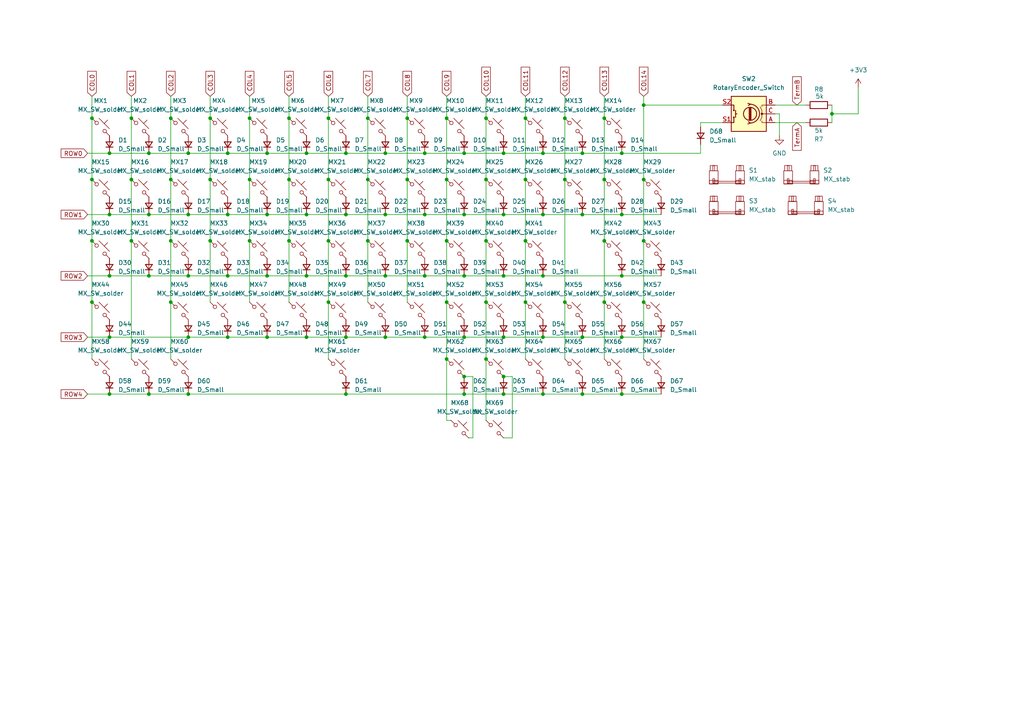
<source format=kicad_sch>
(kicad_sch (version 20231120) (generator "eeschema") (generator_version "8.0")
  (paper "A4")
  (junction (at 106.68 69.85))
  (junction (at 31.75 97.79))
  (junction (at 100.33 114.3))
  (junction (at 180.34 80.01))
  (junction (at 129.54 87.63))
  (junction (at 129.54 34.29))
  (junction (at 140.97 52.07))
  (junction (at 38.1 52.07))
  (junction (at 100.33 62.23))
  (junction (at 146.05 97.79))
  (junction (at 163.83 52.07))
  (junction (at 241.3 33.02))
  (junction (at 111.76 80.01))
  (junction (at 77.47 44.45))
  (junction (at 31.75 62.23))
  (junction (at 77.47 80.01))
  (junction (at 134.62 114.3))
  (junction (at 134.62 62.23))
  (junction (at 43.18 62.23))
  (junction (at 72.39 69.85))
  (junction (at 31.75 114.3))
  (junction (at 49.53 34.29))
  (junction (at 100.33 97.79))
  (junction (at 43.18 114.3))
  (junction (at 186.69 87.63))
  (junction (at 60.96 69.85))
  (junction (at 49.53 52.07))
  (junction (at 26.67 87.63))
  (junction (at 54.61 114.3))
  (junction (at 134.62 44.45))
  (junction (at 186.69 52.07))
  (junction (at 66.04 62.23))
  (junction (at 186.69 69.85))
  (junction (at 180.34 97.79))
  (junction (at 168.91 97.79))
  (junction (at 26.67 69.85))
  (junction (at 38.1 34.29))
  (junction (at 54.61 97.79))
  (junction (at 175.26 34.29))
  (junction (at 95.25 69.85))
  (junction (at 168.91 114.3))
  (junction (at 66.04 80.01))
  (junction (at 83.82 34.29))
  (junction (at 123.19 62.23))
  (junction (at 134.62 80.01))
  (junction (at 152.4 69.85))
  (junction (at 72.39 52.07))
  (junction (at 38.1 69.85))
  (junction (at 95.25 52.07))
  (junction (at 163.83 34.29))
  (junction (at 49.53 69.85))
  (junction (at 88.9 44.45))
  (junction (at 88.9 62.23))
  (junction (at 180.34 62.23))
  (junction (at 95.25 87.63))
  (junction (at 146.05 62.23))
  (junction (at 60.96 52.07))
  (junction (at 140.97 69.85))
  (junction (at 31.75 80.01))
  (junction (at 157.48 114.3))
  (junction (at 168.91 44.45))
  (junction (at 140.97 34.29))
  (junction (at 168.91 62.23))
  (junction (at 163.83 87.63))
  (junction (at 118.11 34.29))
  (junction (at 100.33 44.45))
  (junction (at 175.26 87.63))
  (junction (at 54.61 44.45))
  (junction (at 43.18 80.01))
  (junction (at 152.4 87.63))
  (junction (at 175.26 52.07))
  (junction (at 66.04 44.45))
  (junction (at 77.47 97.79))
  (junction (at 129.54 69.85))
  (junction (at 157.48 80.01))
  (junction (at 123.19 97.79))
  (junction (at 146.05 80.01))
  (junction (at 186.69 30.48))
  (junction (at 111.76 44.45))
  (junction (at 118.11 52.07))
  (junction (at 146.05 44.45))
  (junction (at 175.26 69.85))
  (junction (at 123.19 44.45))
  (junction (at 123.19 80.01))
  (junction (at 140.97 87.63))
  (junction (at 152.4 34.29))
  (junction (at 60.96 34.29))
  (junction (at 54.61 80.01))
  (junction (at 134.62 109.22))
  (junction (at 157.48 44.45))
  (junction (at 43.18 44.45))
  (junction (at 66.04 97.79))
  (junction (at 106.68 34.29))
  (junction (at 54.61 62.23))
  (junction (at 88.9 80.01))
  (junction (at 146.05 109.22))
  (junction (at 72.39 34.29))
  (junction (at 180.34 44.45))
  (junction (at 129.54 52.07))
  (junction (at 152.4 52.07))
  (junction (at 95.25 34.29))
  (junction (at 134.62 97.79))
  (junction (at 83.82 52.07))
  (junction (at 88.9 97.79))
  (junction (at 111.76 97.79))
  (junction (at 118.11 69.85))
  (junction (at 100.33 80.01))
  (junction (at 157.48 97.79))
  (junction (at 83.82 69.85))
  (junction (at 129.54 104.14))
  (junction (at 77.47 62.23))
  (junction (at 140.97 104.14))
  (junction (at 49.53 87.63))
  (junction (at 157.48 62.23))
  (junction (at 111.76 62.23))
  (junction (at 146.05 114.3))
  (junction (at 26.67 52.07))
  (junction (at 180.34 114.3))
  (junction (at 26.67 34.29))
  (junction (at 31.75 44.45))
  (junction (at 106.68 52.07))
  (wire (pts (xy 111.76 80.01) (xy 123.19 80.01)))
  (wire (pts (xy 157.48 80.01) (xy 180.34 80.01)))
  (wire (pts (xy 186.69 69.85) (xy 186.69 87.63)))
  (wire (pts (xy 26.67 69.85) (xy 26.67 87.63)))
  (wire (pts (xy 157.48 114.3) (xy 168.91 114.3)))
  (wire (pts (xy 163.83 87.63) (xy 163.83 104.14)))
  (wire (pts (xy 26.67 34.29) (xy 26.67 52.07)))
  (wire (pts (xy 118.11 34.29) (xy 118.11 52.07)))
  (wire (pts (xy 31.75 97.79) (xy 54.61 97.79)))
  (wire (pts (xy 123.19 80.01) (xy 134.62 80.01)))
  (wire (pts (xy 134.62 114.3) (xy 146.05 114.3)))
  (wire (pts (xy 38.1 34.29) (xy 38.1 52.07)))
  (wire (pts (xy 25.4 97.79) (xy 31.75 97.79)))
  (wire (pts (xy 157.48 62.23) (xy 168.91 62.23)))
  (wire (pts (xy 130.81 121.92) (xy 129.54 121.92)))
  (wire (pts (xy 186.69 52.07) (xy 186.69 69.85)))
  (wire (pts (xy 186.69 87.63) (xy 186.69 104.14)))
  (wire (pts (xy 134.62 44.45) (xy 146.05 44.45)))
  (wire (pts (xy 83.82 52.07) (xy 83.82 69.85)))
  (wire (pts (xy 95.25 34.29) (xy 95.25 52.07)))
  (wire (pts (xy 203.2 41.91) (xy 203.2 44.45)))
  (wire (pts (xy 209.55 30.48) (xy 186.69 30.48)))
  (wire (pts (xy 25.4 62.23) (xy 31.75 62.23)))
  (wire (pts (xy 100.33 44.45) (xy 111.76 44.45)))
  (wire (pts (xy 111.76 97.79) (xy 123.19 97.79)))
  (wire (pts (xy 180.34 62.23) (xy 191.77 62.23)))
  (wire (pts (xy 175.26 34.29) (xy 175.26 52.07)))
  (wire (pts (xy 140.97 104.14) (xy 140.97 121.92)))
  (wire (pts (xy 60.96 69.85) (xy 60.96 87.63)))
  (wire (pts (xy 203.2 35.56) (xy 203.2 36.83)))
  (wire (pts (xy 66.04 97.79) (xy 77.47 97.79)))
  (wire (pts (xy 134.62 62.23) (xy 146.05 62.23)))
  (wire (pts (xy 140.97 52.07) (xy 140.97 69.85)))
  (wire (pts (xy 54.61 114.3) (xy 100.33 114.3)))
  (wire (pts (xy 248.92 25.4) (xy 248.92 33.02)))
  (wire (pts (xy 180.34 80.01) (xy 191.77 80.01)))
  (wire (pts (xy 66.04 62.23) (xy 77.47 62.23)))
  (wire (pts (xy 180.34 114.3) (xy 191.77 114.3)))
  (wire (pts (xy 157.48 44.45) (xy 168.91 44.45)))
  (wire (pts (xy 49.53 34.29) (xy 49.53 52.07)))
  (wire (pts (xy 180.34 97.79) (xy 191.77 97.79)))
  (wire (pts (xy 72.39 69.85) (xy 72.39 87.63)))
  (wire (pts (xy 38.1 27.94) (xy 38.1 34.29)))
  (wire (pts (xy 106.68 69.85) (xy 106.68 87.63)))
  (wire (pts (xy 54.61 62.23) (xy 66.04 62.23)))
  (wire (pts (xy 31.75 80.01) (xy 43.18 80.01)))
  (wire (pts (xy 83.82 27.94) (xy 83.82 34.29)))
  (wire (pts (xy 49.53 52.07) (xy 49.53 69.85)))
  (wire (pts (xy 83.82 69.85) (xy 83.82 87.63)))
  (wire (pts (xy 140.97 69.85) (xy 140.97 87.63)))
  (wire (pts (xy 152.4 34.29) (xy 152.4 52.07)))
  (wire (pts (xy 66.04 80.01) (xy 77.47 80.01)))
  (wire (pts (xy 60.96 27.94) (xy 60.96 34.29)))
  (wire (pts (xy 72.39 52.07) (xy 72.39 69.85)))
  (wire (pts (xy 106.68 34.29) (xy 106.68 52.07)))
  (wire (pts (xy 106.68 52.07) (xy 106.68 69.85)))
  (wire (pts (xy 152.4 69.85) (xy 152.4 87.63)))
  (wire (pts (xy 38.1 52.07) (xy 38.1 69.85)))
  (wire (pts (xy 241.3 35.56) (xy 241.3 33.02)))
  (wire (pts (xy 54.61 97.79) (xy 66.04 97.79)))
  (wire (pts (xy 140.97 27.94) (xy 140.97 34.29)))
  (wire (pts (xy 123.19 97.79) (xy 134.62 97.79)))
  (wire (pts (xy 140.97 34.29) (xy 140.97 52.07)))
  (wire (pts (xy 137.16 109.22) (xy 137.16 127)))
  (wire (pts (xy 31.75 44.45) (xy 43.18 44.45)))
  (wire (pts (xy 25.4 114.3) (xy 31.75 114.3)))
  (wire (pts (xy 140.97 87.63) (xy 140.97 104.14)))
  (wire (pts (xy 25.4 80.01) (xy 31.75 80.01)))
  (wire (pts (xy 31.75 114.3) (xy 43.18 114.3)))
  (wire (pts (xy 129.54 52.07) (xy 129.54 69.85)))
  (wire (pts (xy 95.25 69.85) (xy 95.25 87.63)))
  (wire (pts (xy 31.75 62.23) (xy 43.18 62.23)))
  (wire (pts (xy 134.62 109.22) (xy 137.16 109.22)))
  (wire (pts (xy 203.2 44.45) (xy 180.34 44.45)))
  (wire (pts (xy 43.18 80.01) (xy 54.61 80.01)))
  (wire (pts (xy 146.05 97.79) (xy 157.48 97.79)))
  (wire (pts (xy 152.4 87.63) (xy 152.4 104.14)))
  (wire (pts (xy 168.91 44.45) (xy 180.34 44.45)))
  (wire (pts (xy 129.54 69.85) (xy 129.54 87.63)))
  (wire (pts (xy 88.9 44.45) (xy 100.33 44.45)))
  (wire (pts (xy 168.91 114.3) (xy 180.34 114.3)))
  (wire (pts (xy 66.04 44.45) (xy 77.47 44.45)))
  (wire (pts (xy 146.05 114.3) (xy 157.48 114.3)))
  (wire (pts (xy 163.83 34.29) (xy 163.83 52.07)))
  (wire (pts (xy 163.83 27.94) (xy 163.83 34.29)))
  (wire (pts (xy 95.25 52.07) (xy 95.25 69.85)))
  (wire (pts (xy 49.53 87.63) (xy 49.53 104.14)))
  (wire (pts (xy 54.61 80.01) (xy 66.04 80.01)))
  (wire (pts (xy 129.54 87.63) (xy 129.54 104.14)))
  (wire (pts (xy 129.54 27.94) (xy 129.54 34.29)))
  (wire (pts (xy 118.11 69.85) (xy 118.11 87.63)))
  (wire (pts (xy 134.62 97.79) (xy 146.05 97.79)))
  (wire (pts (xy 152.4 52.07) (xy 152.4 69.85)))
  (wire (pts (xy 26.67 52.07) (xy 26.67 69.85)))
  (wire (pts (xy 72.39 34.29) (xy 72.39 52.07)))
  (wire (pts (xy 88.9 97.79) (xy 100.33 97.79)))
  (wire (pts (xy 146.05 80.01) (xy 157.48 80.01)))
  (wire (pts (xy 100.33 97.79) (xy 111.76 97.79)))
  (wire (pts (xy 88.9 80.01) (xy 100.33 80.01)))
  (wire (pts (xy 123.19 62.23) (xy 134.62 62.23)))
  (wire (pts (xy 26.67 27.94) (xy 26.67 34.29)))
  (wire (pts (xy 148.59 109.22) (xy 148.59 127)))
  (wire (pts (xy 224.79 35.56) (xy 233.68 35.56)))
  (wire (pts (xy 226.06 33.02) (xy 224.79 33.02)))
  (wire (pts (xy 38.1 69.85) (xy 38.1 104.14)))
  (wire (pts (xy 175.26 69.85) (xy 175.26 87.63)))
  (wire (pts (xy 26.67 87.63) (xy 26.67 104.14)))
  (wire (pts (xy 118.11 52.07) (xy 118.11 69.85)))
  (wire (pts (xy 111.76 62.23) (xy 123.19 62.23)))
  (wire (pts (xy 226.06 39.37) (xy 226.06 33.02)))
  (wire (pts (xy 186.69 30.48) (xy 186.69 52.07)))
  (wire (pts (xy 224.79 30.48) (xy 233.68 30.48)))
  (wire (pts (xy 88.9 62.23) (xy 100.33 62.23)))
  (wire (pts (xy 25.4 44.45) (xy 31.75 44.45)))
  (wire (pts (xy 77.47 80.01) (xy 88.9 80.01)))
  (wire (pts (xy 43.18 62.23) (xy 54.61 62.23)))
  (wire (pts (xy 168.91 62.23) (xy 180.34 62.23)))
  (wire (pts (xy 54.61 44.45) (xy 66.04 44.45)))
  (wire (pts (xy 83.82 34.29) (xy 83.82 52.07)))
  (wire (pts (xy 148.59 127) (xy 146.05 127)))
  (wire (pts (xy 163.83 52.07) (xy 163.83 87.63)))
  (wire (pts (xy 100.33 80.01) (xy 111.76 80.01)))
  (wire (pts (xy 175.26 27.94) (xy 175.26 34.29)))
  (wire (pts (xy 146.05 109.22) (xy 148.59 109.22)))
  (wire (pts (xy 106.68 27.94) (xy 106.68 34.29)))
  (wire (pts (xy 152.4 27.94) (xy 152.4 34.29)))
  (wire (pts (xy 137.16 127) (xy 135.89 127)))
  (wire (pts (xy 43.18 114.3) (xy 54.61 114.3)))
  (wire (pts (xy 175.26 87.63) (xy 175.26 104.14)))
  (wire (pts (xy 43.18 44.45) (xy 54.61 44.45)))
  (wire (pts (xy 95.25 87.63) (xy 95.25 104.14)))
  (wire (pts (xy 95.25 27.94) (xy 95.25 34.29)))
  (wire (pts (xy 123.19 44.45) (xy 134.62 44.45)))
  (wire (pts (xy 129.54 34.29) (xy 129.54 52.07)))
  (wire (pts (xy 60.96 52.07) (xy 60.96 69.85)))
  (wire (pts (xy 175.26 52.07) (xy 175.26 69.85)))
  (wire (pts (xy 118.11 27.94) (xy 118.11 34.29)))
  (wire (pts (xy 209.55 35.56) (xy 203.2 35.56)))
  (wire (pts (xy 100.33 114.3) (xy 134.62 114.3)))
  (wire (pts (xy 49.53 69.85) (xy 49.53 87.63)))
  (wire (pts (xy 100.33 62.23) (xy 111.76 62.23)))
  (wire (pts (xy 72.39 27.94) (xy 72.39 34.29)))
  (wire (pts (xy 241.3 33.02) (xy 241.3 30.48)))
  (wire (pts (xy 168.91 97.79) (xy 180.34 97.79)))
  (wire (pts (xy 134.62 80.01) (xy 146.05 80.01)))
  (wire (pts (xy 146.05 44.45) (xy 157.48 44.45)))
  (wire (pts (xy 157.48 97.79) (xy 168.91 97.79)))
  (wire (pts (xy 186.69 27.94) (xy 186.69 30.48)))
  (wire (pts (xy 248.92 33.02) (xy 241.3 33.02)))
  (wire (pts (xy 60.96 34.29) (xy 60.96 52.07)))
  (wire (pts (xy 77.47 97.79) (xy 88.9 97.79)))
  (wire (pts (xy 49.53 27.94) (xy 49.53 34.29)))
  (wire (pts (xy 77.47 44.45) (xy 88.9 44.45)))
  (wire (pts (xy 77.47 62.23) (xy 88.9 62.23)))
  (wire (pts (xy 146.05 62.23) (xy 157.48 62.23)))
  (wire (pts (xy 129.54 121.92) (xy 129.54 104.14)))
  (wire (pts (xy 111.76 44.45) (xy 123.19 44.45)))
  (global_label "COL3" (shape input) (at 60.96 27.94 90) (property "Intersheetrefs" "${INTERSHEET_REFS}" (effects (hide yes))))
  (global_label "COL1" (shape input) (at 38.1 27.94 90) (property "Intersheetrefs" "${INTERSHEET_REFS}" (effects (hide yes))))
  (global_label "COL7" (shape input) (at 106.68 27.94 90) (property "Intersheetrefs" "${INTERSHEET_REFS}" (effects (hide yes))))
  (global_label "COL10" (shape input) (at 140.97 27.94 90) (property "Intersheetrefs" "${INTERSHEET_REFS}" (effects (hide yes))))
  (global_label "ROW0" (shape input) (at 25.4 44.45 180) (property "Intersheetrefs" "${INTERSHEET_REFS}" (effects (hide yes))))
  (global_label "COL0" (shape input) (at 26.67 27.94 90) (property "Intersheetrefs" "${INTERSHEET_REFS}" (effects (hide yes))))
  (global_label "COL4" (shape input) (at 72.39 27.94 90) (property "Intersheetrefs" "${INTERSHEET_REFS}" (effects (hide yes))))
  (global_label "COL12" (shape input) (at 163.83 27.94 90) (property "Intersheetrefs" "${INTERSHEET_REFS}" (effects (hide yes))))
  (global_label "COL6" (shape input) (at 95.25 27.94 90) (property "Intersheetrefs" "${INTERSHEET_REFS}" (effects (hide yes))))
  (global_label "COL2" (shape input) (at 49.53 27.94 90) (property "Intersheetrefs" "${INTERSHEET_REFS}" (effects (hide yes))))
  (global_label "ROW2" (shape input) (at 25.4 80.01 180) (property "Intersheetrefs" "${INTERSHEET_REFS}" (effects (hide yes))))
  (global_label "TermB" (shape input) (at 231.14 30.48 90) (property "Intersheetrefs" "${INTERSHEET_REFS}" (effects (hide yes))))
  (global_label "COL9" (shape input) (at 129.54 27.94 90) (property "Intersheetrefs" "${INTERSHEET_REFS}" (effects (hide yes))))
  (global_label "COL11" (shape input) (at 152.4 27.94 90) (property "Intersheetrefs" "${INTERSHEET_REFS}" (effects (hide yes))))
  (global_label "ROW4" (shape input) (at 25.4 114.3 180) (property "Intersheetrefs" "${INTERSHEET_REFS}" (effects (hide yes))))
  (global_label "ROW1" (shape input) (at 25.4 62.23 180) (property "Intersheetrefs" "${INTERSHEET_REFS}" (effects (hide yes))))
  (global_label "ROW3" (shape input) (at 25.4 97.79 180) (property "Intersheetrefs" "${INTERSHEET_REFS}" (effects (hide yes))))
  (global_label "TermA" (shape input) (at 231.14 35.56 270) (property "Intersheetrefs" "${INTERSHEET_REFS}" (effects (hide yes))))
  (global_label "COL8" (shape input) (at 118.11 27.94 90) (property "Intersheetrefs" "${INTERSHEET_REFS}" (effects (hide yes))))
  (global_label "COL5" (shape input) (at 83.82 27.94 90) (property "Intersheetrefs" "${INTERSHEET_REFS}" (effects (hide yes))))
  (global_label "COL14" (shape input) (at 186.69 27.94 90) (property "Intersheetrefs" "${INTERSHEET_REFS}" (effects (hide yes))))
  (global_label "COL13" (shape input) (at 175.26 27.94 90) (property "Intersheetrefs" "${INTERSHEET_REFS}" (effects (hide yes))))
  (symbol (lib_id "Device:D_Small") (at 54.61 77.47 90) (unit 1)
    (property "Reference" "D32" (at 57.15 76.1999 90) (effects (justify right)))
    (property "Value" "D_Small" (at 57.15 78.7399 90) (effects (justify right)))
    (property "Footprint" "Diode_SMD:D_SOD-123" (effects (hide yes)))
    (property "Description" "Diode, small symbol" (effects (hide yes)))
    (property "Sim.Device" "D" (effects (hide yes)))
    (property "Sim.Pins" "1=K 2=A" (effects (hide yes)))
  )
  (symbol (lib_id "PCM_marbastlib-mx:MX_SW_solder") (at 189.23 54.61 0) (unit 1)
    (property "Reference" "MX29" (at 189.23 46.99 0))
    (property "Value" "MX_SW_solder" (at 189.23 49.53 0))
    (property "Footprint" "PCM_marbastlib-mx:SW_MX_1u" (effects (hide yes)))
    (property "Description" "Push button switch, normally open, two pins, 45° tilted" (effects (hide yes)))
  )
  (symbol (lib_id "Device:D_Small") (at 111.76 95.25 90) (unit 1)
    (property "Reference" "D50" (at 114.3 93.9799 90) (effects (justify right)))
    (property "Value" "D_Small" (at 114.3 96.5199 90) (effects (justify right)))
    (property "Footprint" "Diode_SMD:D_SOD-123" (effects (hide yes)))
    (property "Description" "Diode, small symbol" (effects (hide yes)))
    (property "Sim.Device" "D" (effects (hide yes)))
    (property "Sim.Pins" "1=K 2=A" (effects (hide yes)))
  )
  (symbol (lib_id "Device:D_Small") (at 134.62 95.25 90) (unit 1)
    (property "Reference" "D52" (at 137.16 93.9799 90) (effects (justify right)))
    (property "Value" "D_Small" (at 137.16 96.5199 90) (effects (justify right)))
    (property "Footprint" "Diode_SMD:D_SOD-123" (effects (hide yes)))
    (property "Description" "Diode, small symbol" (effects (hide yes)))
    (property "Sim.Device" "D" (effects (hide yes)))
    (property "Sim.Pins" "1=K 2=A" (effects (hide yes)))
  )
  (symbol (lib_id "Device:D_Small") (at 31.75 59.69 90) (unit 1)
    (property "Reference" "D15" (at 34.29 58.4199 90) (effects (justify right)))
    (property "Value" "D_Small" (at 34.29 60.9599 90) (effects (justify right)))
    (property "Footprint" "Diode_SMD:D_SOD-123" (effects (hide yes)))
    (property "Description" "Diode, small symbol" (effects (hide yes)))
    (property "Sim.Device" "D" (effects (hide yes)))
    (property "Sim.Pins" "1=K 2=A" (effects (hide yes)))
  )
  (symbol (lib_id "PCM_marbastlib-mx:MX_SW_solder") (at 132.08 54.61 0) (unit 1)
    (property "Reference" "MX24" (at 132.08 46.99 0))
    (property "Value" "MX_SW_solder" (at 132.08 49.53 0))
    (property "Footprint" "PCM_marbastlib-mx:SW_MX_1u" (effects (hide yes)))
    (property "Description" "Push button switch, normally open, two pins, 45° tilted" (effects (hide yes)))
  )
  (symbol (lib_id "PCM_marbastlib-mx:MX_SW_solder") (at 74.93 54.61 0) (unit 1)
    (property "Reference" "MX19" (at 74.93 46.99 0))
    (property "Value" "MX_SW_solder" (at 74.93 49.53 0))
    (property "Footprint" "PCM_marbastlib-mx:SW_MX_1u" (effects (hide yes)))
    (property "Description" "Push button switch, normally open, two pins, 45° tilted" (effects (hide yes)))
  )
  (symbol (lib_id "PCM_marbastlib-mx:MX_SW_solder") (at 143.51 106.68 0) (unit 1)
    (property "Reference" "MX63" (at 143.51 99.06 0))
    (property "Value" "MX_SW_solder" (at 143.51 101.6 0))
    (property "Footprint" "PCM_marbastlib-mx:SW_MX_1u" (effects (hide yes)))
    (property "Description" "Push button switch, normally open, two pins, 45° tilted" (effects (hide yes)))
  )
  (symbol (lib_id "PCM_marbastlib-mx:MX_SW_solder") (at 63.5 36.83 0) (unit 1)
    (property "Reference" "MX4" (at 63.5 29.21 0))
    (property "Value" "MX_SW_solder" (at 63.5 31.75 0))
    (property "Footprint" "PCM_marbastlib-mx:SW_MX_1u" (effects (hide yes)))
    (property "Description" "Push button switch, normally open, two pins, 45° tilted" (effects (hide yes)))
  )
  (symbol (lib_id "PCM_marbastlib-mx:MX_SW_solder") (at 97.79 106.68 0) (unit 1)
    (property "Reference" "MX61" (at 97.79 99.06 0))
    (property "Value" "MX_SW_solder" (at 97.79 101.6 0))
    (property "Footprint" "PCM_marbastlib-mx:SW_MX_1u" (effects (hide yes)))
    (property "Description" "Push button switch, normally open, two pins, 45° tilted" (effects (hide yes)))
  )
  (symbol (lib_id "Device:D_Small") (at 100.33 95.25 90) (unit 1)
    (property "Reference" "D49" (at 102.87 93.9799 90) (effects (justify right)))
    (property "Value" "D_Small" (at 102.87 96.5199 90) (effects (justify right)))
    (property "Footprint" "Diode_SMD:D_SOD-123" (effects (hide yes)))
    (property "Description" "Diode, small symbol" (effects (hide yes)))
    (property "Sim.Device" "D" (effects (hide yes)))
    (property "Sim.Pins" "1=K 2=A" (effects (hide yes)))
  )
  (symbol (lib_id "PCM_marbastlib-mx:MX_SW_solder") (at 143.51 54.61 0) (unit 1)
    (property "Reference" "MX25" (at 143.51 46.99 0))
    (property "Value" "MX_SW_solder" (at 143.51 49.53 0))
    (property "Footprint" "PCM_marbastlib-mx:SW_MX_1u" (effects (hide yes)))
    (property "Description" "Push button switch, normally open, two pins, 45° tilted" (effects (hide yes)))
  )
  (symbol (lib_id "PCM_marbastlib-mx:MX_SW_solder") (at 143.51 36.83 0) (unit 1)
    (property "Reference" "MX11" (at 143.51 29.21 0))
    (property "Value" "MX_SW_solder" (at 143.51 31.75 0))
    (property "Footprint" "PCM_marbastlib-mx:SW_MX_1u" (effects (hide yes)))
    (property "Description" "Push button switch, normally open, two pins, 45° tilted" (effects (hide yes)))
  )
  (symbol (lib_id "PCM_marbastlib-mx:MX_SW_solder") (at 132.08 72.39 0) (unit 1)
    (property "Reference" "MX39" (at 132.08 64.77 0))
    (property "Value" "MX_SW_solder" (at 132.08 67.31 0))
    (property "Footprint" "PCM_marbastlib-mx:SW_MX_1u" (effects (hide yes)))
    (property "Description" "Push button switch, normally open, two pins, 45° tilted" (effects (hide yes)))
  )
  (symbol (lib_id "Device:D_Small") (at 123.19 95.25 90) (unit 1)
    (property "Reference" "D51" (at 125.73 93.9799 90) (effects (justify right)))
    (property "Value" "D_Small" (at 125.73 96.5199 90) (effects (justify right)))
    (property "Footprint" "Diode_SMD:D_SOD-123" (effects (hide yes)))
    (property "Description" "Diode, small symbol" (effects (hide yes)))
    (property "Sim.Device" "D" (effects (hide yes)))
    (property "Sim.Pins" "1=K 2=A" (effects (hide yes)))
  )
  (symbol (lib_id "PCM_marbastlib-mx:MX_SW_solder") (at 132.08 36.83 0) (unit 1)
    (property "Reference" "MX10" (at 132.08 29.21 0))
    (property "Value" "MX_SW_solder" (at 132.08 31.75 0))
    (property "Footprint" "PCM_marbastlib-mx:SW_MX_1u" (effects (hide yes)))
    (property "Description" "Push button switch, normally open, two pins, 45° tilted" (effects (hide yes)))
  )
  (symbol (lib_id "Device:D_Small") (at 88.9 77.47 90) (unit 1)
    (property "Reference" "D35" (at 91.44 76.1999 90) (effects (justify right)))
    (property "Value" "D_Small" (at 91.44 78.7399 90) (effects (justify right)))
    (property "Footprint" "Diode_SMD:D_SOD-123" (effects (hide yes)))
    (property "Description" "Diode, small symbol" (effects (hide yes)))
    (property "Sim.Device" "D" (effects (hide yes)))
    (property "Sim.Pins" "1=K 2=A" (effects (hide yes)))
  )
  (symbol (lib_id "PCM_marbastlib-mx:MX_SW_solder") (at 109.22 54.61 0) (unit 1)
    (property "Reference" "MX22" (at 109.22 46.99 0))
    (property "Value" "MX_SW_solder" (at 109.22 49.53 0))
    (property "Footprint" "PCM_marbastlib-mx:SW_MX_1u" (effects (hide yes)))
    (property "Description" "Push button switch, normally open, two pins, 45° tilted" (effects (hide yes)))
  )
  (symbol (lib_id "Device:D_Small") (at 146.05 41.91 90) (unit 1)
    (property "Reference" "D11" (at 148.59 40.6399 90) (effects (justify right)))
    (property "Value" "D_Small" (at 148.59 43.1799 90) (effects (justify right)))
    (property "Footprint" "Diode_SMD:D_SOD-123" (effects (hide yes)))
    (property "Description" "Diode, small symbol" (effects (hide yes)))
    (property "Sim.Device" "D" (effects (hide yes)))
    (property "Sim.Pins" "1=K 2=A" (effects (hide yes)))
  )
  (symbol (lib_id "PCM_marbastlib-mx:MX_SW_solder") (at 177.8 106.68 0) (unit 1)
    (property "Reference" "MX66" (at 177.8 99.06 0))
    (property "Value" "MX_SW_solder" (at 177.8 101.6 0))
    (property "Footprint" "PCM_marbastlib-mx:SW_MX_1u" (effects (hide yes)))
    (property "Description" "Push button switch, normally open, two pins, 45° tilted" (effects (hide yes)))
  )
  (symbol (lib_id "PCM_marbastlib-mx:MX_SW_solder") (at 74.93 36.83 0) (unit 1)
    (property "Reference" "MX5" (at 74.93 29.21 0))
    (property "Value" "MX_SW_solder" (at 74.93 31.75 0))
    (property "Footprint" "PCM_marbastlib-mx:SW_MX_1u" (effects (hide yes)))
    (property "Description" "Push button switch, normally open, two pins, 45° tilted" (effects (hide yes)))
  )
  (symbol (lib_id "Device:D_Small") (at 134.62 59.69 90) (unit 1)
    (property "Reference" "D24" (at 137.16 58.4199 90) (effects (justify right)))
    (property "Value" "D_Small" (at 137.16 60.9599 90) (effects (justify right)))
    (property "Footprint" "Diode_SMD:D_SOD-123" (effects (hide yes)))
    (property "Description" "Diode, small symbol" (effects (hide yes)))
    (property "Sim.Device" "D" (effects (hide yes)))
    (property "Sim.Pins" "1=K 2=A" (effects (hide yes)))
  )
  (symbol (lib_id "PCM_marbastlib-mx:MX_SW_solder") (at 29.21 72.39 0) (unit 1)
    (property "Reference" "MX30" (at 29.21 64.77 0))
    (property "Value" "MX_SW_solder" (at 29.21 67.31 0))
    (property "Footprint" "PCM_marbastlib-mx:SW_MX_1.75u" (effects (hide yes)))
    (property "Description" "Push button switch, normally open, two pins, 45° tilted" (effects (hide yes)))
  )
  (symbol (lib_id "Device:D_Small") (at 66.04 59.69 90) (unit 1)
    (property "Reference" "D18" (at 68.58 58.4199 90) (effects (justify right)))
    (property "Value" "D_Small" (at 68.58 60.9599 90) (effects (justify right)))
    (property "Footprint" "Diode_SMD:D_SOD-123" (effects (hide yes)))
    (property "Description" "Diode, small symbol" (effects (hide yes)))
    (property "Sim.Device" "D" (effects (hide yes)))
    (property "Sim.Pins" "1=K 2=A" (effects (hide yes)))
  )
  (symbol (lib_id "PCM_marbastlib-mx:MX_SW_solder") (at 52.07 72.39 0) (unit 1)
    (property "Reference" "MX32" (at 52.07 64.77 0))
    (property "Value" "MX_SW_solder" (at 52.07 67.31 0))
    (property "Footprint" "PCM_marbastlib-mx:SW_MX_1u" (effects (hide yes)))
    (property "Description" "Push button switch, normally open, two pins, 45° tilted" (effects (hide yes)))
  )
  (symbol (lib_id "PCM_marbastlib-mx:MX_SW_solder") (at 132.08 106.68 0) (unit 1)
    (property "Reference" "MX62" (at 132.08 99.06 0))
    (property "Value" "MX_SW_solder" (at 132.08 101.6 0))
    (property "Footprint" "PCM_marbastlib-mx:SW_MX_1u" (effects (hide yes)))
    (property "Description" "Push button switch, normally open, two pins, 45° tilted" (effects (hide yes)))
  )
  (symbol (lib_id "PCM_marbastlib-mx:MX_SW_solder") (at 154.94 90.17 0) (unit 1)
    (property "Reference" "MX54" (at 154.94 82.55 0))
    (property "Value" "MX_SW_solder" (at 154.94 85.09 0))
    (property "Footprint" "PCM_marbastlib-mx:SW_MX_1u" (effects (hide yes)))
    (property "Description" "Push button switch, normally open, two pins, 45° tilted" (effects (hide yes)))
  )
  (symbol (lib_id "PCM_marbastlib-mx:MX_SW_solder") (at 132.08 90.17 0) (unit 1)
    (property "Reference" "MX52" (at 132.08 82.55 0))
    (property "Value" "MX_SW_solder" (at 132.08 85.09 0))
    (property "Footprint" "PCM_marbastlib-mx:SW_MX_1u" (effects (hide yes)))
    (property "Description" "Push button switch, normally open, two pins, 45° tilted" (effects (hide yes)))
  )
  (symbol (lib_id "Device:D_Small") (at 168.91 111.76 90) (unit 1)
    (property "Reference" "D65" (at 171.45 110.4899 90) (effects (justify right)))
    (property "Value" "D_Small" (at 171.45 113.0299 90) (effects (justify right)))
    (property "Footprint" "Diode_SMD:D_SOD-123" (effects (hide yes)))
    (property "Description" "Diode, small symbol" (effects (hide yes)))
    (property "Sim.Device" "D" (effects (hide yes)))
    (property "Sim.Pins" "1=K 2=A" (effects (hide yes)))
  )
  (symbol (lib_id "PCM_marbastlib-mx:MX_SW_solder") (at 177.8 54.61 0) (unit 1)
    (property "Reference" "MX28" (at 177.8 46.99 0))
    (property "Value" "MX_SW_solder" (at 177.8 49.53 0))
    (property "Footprint" "PCM_marbastlib-mx:SW_MX_1.5u" (effects (hide yes)))
    (property "Description" "Push button switch, normally open, two pins, 45° tilted" (effects (hide yes)))
  )
  (symbol (lib_id "PCM_marbastlib-mx:MX_SW_solder") (at 97.79 54.61 0) (unit 1)
    (property "Reference" "MX21" (at 97.79 46.99 0))
    (property "Value" "MX_SW_solder" (at 97.79 49.53 0))
    (property "Footprint" "PCM_marbastlib-mx:SW_MX_1u" (effects (hide yes)))
    (property "Description" "Push button switch, normally open, two pins, 45° tilted" (effects (hide yes)))
  )
  (symbol (lib_id "Device:D_Small") (at 43.18 41.91 90) (unit 1)
    (property "Reference" "D2" (at 45.72 40.6399 90) (effects (justify right)))
    (property "Value" "D_Small" (at 45.72 43.1799 90) (effects (justify right)))
    (property "Footprint" "Diode_SMD:D_SOD-123" (effects (hide yes)))
    (property "Description" "Diode, small symbol" (effects (hide yes)))
    (property "Sim.Device" "D" (effects (hide yes)))
    (property "Sim.Pins" "1=K 2=A" (effects (hide yes)))
  )
  (symbol (lib_id "PCM_marbastlib-mx:MX_SW_solder") (at 74.93 72.39 0) (unit 1)
    (property "Reference" "MX34" (at 74.93 64.77 0))
    (property "Value" "MX_SW_solder" (at 74.93 67.31 0))
    (property "Footprint" "PCM_marbastlib-mx:SW_MX_1u" (effects (hide yes)))
    (property "Description" "Push button switch, normally open, two pins, 45° tilted" (effects (hide yes)))
  )
  (symbol (lib_id "Device:R") (at 237.49 30.48 270) (unit 1)
    (property "Reference" "R8" (at 237.49 25.908 90))
    (property "Value" "5k" (at 237.744 27.94 90))
    (property "Footprint" "Resistor_SMD:R_0603_1608Metric_Pad0.98x0.95mm_HandSolder" (effects (hide yes)))
    (property "Description" "Resistor" (effects (hide yes)))
  )
  (symbol (lib_id "PCM_marbastlib-mx:MX_SW_solder") (at 63.5 90.17 0) (unit 1)
    (property "Reference" "MX46" (at 63.5 82.55 0))
    (property "Value" "MX_SW_solder" (at 63.5 85.09 0))
    (property "Footprint" "PCM_marbastlib-mx:SW_MX_1u" (effects (hide yes)))
    (property "Description" "Push button switch, normally open, two pins, 45° tilted" (effects (hide yes)))
  )
  (symbol (lib_id "Device:D_Small") (at 123.19 59.69 90) (unit 1)
    (property "Reference" "D23" (at 125.73 58.4199 90) (effects (justify right)))
    (property "Value" "D_Small" (at 125.73 60.9599 90) (effects (justify right)))
    (property "Footprint" "Diode_SMD:D_SOD-123" (effects (hide yes)))
    (property "Description" "Diode, small symbol" (effects (hide yes)))
    (property "Sim.Device" "D" (effects (hide yes)))
    (property "Sim.Pins" "1=K 2=A" (effects (hide yes)))
  )
  (symbol (lib_id "Device:D_Small") (at 54.61 111.76 90) (unit 1)
    (property "Reference" "D60" (at 57.15 110.4899 90) (effects (justify right)))
    (property "Value" "D_Small" (at 57.15 113.0299 90) (effects (justify right)))
    (property "Footprint" "Diode_SMD:D_SOD-123" (effects (hide yes)))
    (property "Description" "Diode, small symbol" (effects (hide yes)))
    (property "Sim.Device" "D" (effects (hide yes)))
    (property "Sim.Pins" "1=K 2=A" (effects (hide yes)))
  )
  (symbol (lib_id "Device:D_Small") (at 180.34 111.76 90) (unit 1)
    (property "Reference" "D66" (at 182.88 110.4899 90) (effects (justify right)))
    (property "Value" "D_Small" (at 182.88 113.0299 90) (effects (justify right)))
    (property "Footprint" "Diode_SMD:D_SOD-123" (effects (hide yes)))
    (property "Description" "Diode, small symbol" (effects (hide yes)))
    (property "Sim.Device" "D" (effects (hide yes)))
    (property "Sim.Pins" "1=K 2=A" (effects (hide yes)))
  )
  (symbol (lib_id "PCM_marbastlib-mx:MX_stab") (at 232.41 50.8 0) (unit 1)
    (property "Reference" "S2" (at 238.76 49.4029 0) (effects (justify left)))
    (property "Value" "MX_stab" (at 238.76 51.9429 0) (effects (justify left)))
    (property "Footprint" "PCM_marbastlib-mx:STAB_MX_2.25u" (effects (hide yes)))
    (property "Description" "Cherry MX-style stabilizer" (effects (hide yes)))
  )
  (symbol (lib_id "PCM_marbastlib-mx:MX_SW_solder") (at 109.22 90.17 0) (unit 1)
    (property "Reference" "MX50" (at 109.22 82.55 0))
    (property "Value" "MX_SW_solder" (at 109.22 85.09 0))
    (property "Footprint" "PCM_marbastlib-mx:SW_MX_1u" (effects (hide yes)))
    (property "Description" "Push button switch, normally open, two pins, 45° tilted" (effects (hide yes)))
  )
  (symbol (lib_id "Device:D_Small") (at 191.77 111.76 90) (unit 1)
    (property "Reference" "D67" (at 194.31 110.4899 90) (effects (justify right)))
    (property "Value" "D_Small" (at 194.31 113.0299 90) (effects (justify right)))
    (property "Footprint" "Diode_SMD:D_SOD-123" (effects (hide yes)))
    (property "Description" "Diode, small symbol" (effects (hide yes)))
    (property "Sim.Device" "D" (effects (hide yes)))
    (property "Sim.Pins" "1=K 2=A" (effects (hide yes)))
  )
  (symbol (lib_id "Device:D_Small") (at 54.61 59.69 90) (unit 1)
    (property "Reference" "D17" (at 57.15 58.4199 90) (effects (justify right)))
    (property "Value" "D_Small" (at 57.15 60.9599 90) (effects (justify right)))
    (property "Footprint" "Diode_SMD:D_SOD-123" (effects (hide yes)))
    (property "Description" "Diode, small symbol" (effects (hide yes)))
    (property "Sim.Device" "D" (effects (hide yes)))
    (property "Sim.Pins" "1=K 2=A" (effects (hide yes)))
  )
  (symbol (lib_id "PCM_marbastlib-mx:MX_SW_solder") (at 166.37 54.61 0) (unit 1)
    (property "Reference" "MX27" (at 166.37 46.99 0))
    (property "Value" "MX_SW_solder" (at 166.37 49.53 0))
    (property "Footprint" "PCM_marbastlib-mx:SW_MX_1u" (effects (hide yes)))
    (property "Description" "Push button switch, normally open, two pins, 45° tilted" (effects (hide yes)))
  )
  (symbol (lib_id "PCM_marbastlib-mx:MX_SW_solder") (at 63.5 54.61 0) (unit 1)
    (property "Reference" "MX18" (at 63.5 46.99 0))
    (property "Value" "MX_SW_solder" (at 63.5 49.53 0))
    (property "Footprint" "PCM_marbastlib-mx:SW_MX_1u" (effects (hide yes)))
    (property "Description" "Push button switch, normally open, two pins, 45° tilted" (effects (hide yes)))
  )
  (symbol (lib_id "Device:D_Small") (at 54.61 95.25 90) (unit 1)
    (property "Reference" "D45" (at 57.15 93.9799 90) (effects (justify right)))
    (property "Value" "D_Small" (at 57.15 96.5199 90) (effects (justify right)))
    (property "Footprint" "Diode_SMD:D_SOD-123" (effects (hide yes)))
    (property "Description" "Diode, small symbol" (effects (hide yes)))
    (property "Sim.Device" "D" (effects (hide yes)))
    (property "Sim.Pins" "1=K 2=A" (effects (hide yes)))
  )
  (symbol (lib_id "Device:D_Small") (at 134.62 41.91 90) (unit 1)
    (property "Reference" "D10" (at 137.16 40.6399 90) (effects (justify right)))
    (property "Value" "D_Small" (at 137.16 43.1799 90) (effects (justify right)))
    (property "Footprint" "Diode_SMD:D_SOD-123" (effects (hide yes)))
    (property "Description" "Diode, small symbol" (effects (hide yes)))
    (property "Sim.Device" "D" (effects (hide yes)))
    (property "Sim.Pins" "1=K 2=A" (effects (hide yes)))
  )
  (symbol (lib_id "PCM_marbastlib-mx:MX_SW_solder") (at 166.37 36.83 0) (unit 1)
    (property "Reference" "MX13" (at 166.37 29.21 0))
    (property "Value" "MX_SW_solder" (at 166.37 31.75 0))
    (property "Footprint" "PCM_marbastlib-mx:SW_MX_1u" (effects (hide yes)))
    (property "Description" "Push button switch, normally open, two pins, 45° tilted" (effects (hide yes)))
  )
  (symbol (lib_id "Device:D_Small") (at 100.33 77.47 90) (unit 1)
    (property "Reference" "D36" (at 102.87 76.1999 90) (effects (justify right)))
    (property "Value" "D_Small" (at 102.87 78.7399 90) (effects (justify right)))
    (property "Footprint" "Diode_SMD:D_SOD-123" (effects (hide yes)))
    (property "Description" "Diode, small symbol" (effects (hide yes)))
    (property "Sim.Device" "D" (effects (hide yes)))
    (property "Sim.Pins" "1=K 2=A" (effects (hide yes)))
  )
  (symbol (lib_id "Device:D_Small") (at 31.75 95.25 90) (unit 1)
    (property "Reference" "D44" (at 34.29 93.9799 90) (effects (justify right)))
    (property "Value" "D_Small" (at 34.29 96.5199 90) (effects (justify right)))
    (property "Footprint" "Diode_SMD:D_SOD-123" (effects (hide yes)))
    (property "Description" "Diode, small symbol" (effects (hide yes)))
    (property "Sim.Device" "D" (effects (hide yes)))
    (property "Sim.Pins" "1=K 2=A" (effects (hide yes)))
  )
  (symbol (lib_id "Device:D_Small") (at 157.48 95.25 90) (unit 1)
    (property "Reference" "D54" (at 160.02 93.9799 90) (effects (justify right)))
    (property "Value" "D_Small" (at 160.02 96.5199 90) (effects (justify right)))
    (property "Footprint" "Diode_SMD:D_SOD-123" (effects (hide yes)))
    (property "Description" "Diode, small symbol" (effects (hide yes)))
    (property "Sim.Device" "D" (effects (hide yes)))
    (property "Sim.Pins" "1=K 2=A" (effects (hide yes)))
  )
  (symbol (lib_id "PCM_marbastlib-mx:MX_SW_solder") (at 177.8 36.83 0) (unit 1)
    (property "Reference" "MX14" (at 177.8 29.21 0))
    (property "Value" "MX_SW_solder" (at 177.8 31.75 0))
    (property "Footprint" "PCM_marbastlib-mx:SW_MX_1u" (effects (hide yes)))
    (property "Description" "Push button switch, normally open, two pins, 45° tilted" (effects (hide yes)))
  )
  (symbol (lib_id "Device:D_Small") (at 180.34 59.69 90) (unit 1)
    (property "Reference" "D28" (at 182.88 58.4199 90) (effects (justify right)))
    (property "Value" "D_Small" (at 182.88 60.9599 90) (effects (justify right)))
    (property "Footprint" "Diode_SMD:D_SOD-123" (effects (hide yes)))
    (property "Description" "Diode, small symbol" (effects (hide yes)))
    (property "Sim.Device" "D" (effects (hide yes)))
    (property "Sim.Pins" "1=K 2=A" (effects (hide yes)))
  )
  (symbol (lib_id "Device:D_Small") (at 77.47 95.25 90) (unit 1)
    (property "Reference" "D47" (at 80.01 93.9799 90) (effects (justify right)))
    (property "Value" "D_Small" (at 80.01 96.5199 90) (effects (justify right)))
    (property "Footprint" "Diode_SMD:D_SOD-123" (effects (hide yes)))
    (property "Description" "Diode, small symbol" (effects (hide yes)))
    (property "Sim.Device" "D" (effects (hide yes)))
    (property "Sim.Pins" "1=K 2=A" (effects (hide yes)))
  )
  (symbol (lib_id "Device:D_Small") (at 134.62 77.47 90) (unit 1)
    (property "Reference" "D39" (at 137.16 76.1999 90) (effects (justify right)))
    (property "Value" "D_Small" (at 137.16 78.7399 90) (effects (justify right)))
    (property "Footprint" "Diode_SMD:D_SOD-123" (effects (hide yes)))
    (property "Description" "Diode, small symbol" (effects (hide yes)))
    (property "Sim.Device" "D" (effects (hide yes)))
    (property "Sim.Pins" "1=K 2=A" (effects (hide yes)))
  )
  (symbol (lib_id "Device:D_Small") (at 157.48 41.91 90) (unit 1)
    (property "Reference" "D12" (at 160.02 40.6399 90) (effects (justify right)))
    (property "Value" "D_Small" (at 160.02 43.1799 90) (effects (justify right)))
    (property "Footprint" "Diode_SMD:D_SOD-123" (effects (hide yes)))
    (property "Description" "Diode, small symbol" (effects (hide yes)))
    (property "Sim.Device" "D" (effects (hide yes)))
    (property "Sim.Pins" "1=K 2=A" (effects (hide yes)))
  )
  (symbol (lib_id "Device:D_Small") (at 134.62 111.76 90) (unit 1)
    (property "Reference" "D62" (at 137.16 110.4899 90) (effects (justify right)))
    (property "Value" "D_Small" (at 137.16 113.0299 90) (effects (justify right)))
    (property "Footprint" "Diode_SMD:D_SOD-123" (effects (hide yes)))
    (property "Description" "Diode, small symbol" (effects (hide yes)))
    (property "Sim.Device" "D" (effects (hide yes)))
    (property "Sim.Pins" "1=K 2=A" (effects (hide yes)))
  )
  (symbol (lib_id "PCM_marbastlib-mx:MX_SW_solder") (at 109.22 36.83 0) (unit 1)
    (property "Reference" "MX8" (at 109.22 29.21 0))
    (property "Value" "MX_SW_solder" (at 109.22 31.75 0))
    (property "Footprint" "PCM_marbastlib-mx:SW_MX_1u" (effects (hide yes)))
    (property "Description" "Push button switch, normally open, two pins, 45° tilted" (effects (hide yes)))
  )
  (symbol (lib_id "PCM_marbastlib-mx:MX_SW_solder") (at 40.64 72.39 0) (unit 1)
    (property "Reference" "MX31" (at 40.64 64.77 0))
    (property "Value" "MX_SW_solder" (at 40.64 67.31 0))
    (property "Footprint" "PCM_marbastlib-mx:SW_MX_1u" (effects (hide yes)))
    (property "Description" "Push button switch, normally open, two pins, 45° tilted" (effects (hide yes)))
  )
  (symbol (lib_id "Device:D_Small") (at 157.48 111.76 90) (unit 1)
    (property "Reference" "D64" (at 160.02 110.4899 90) (effects (justify right)))
    (property "Value" "D_Small" (at 160.02 113.0299 90) (effects (justify right)))
    (property "Footprint" "Diode_SMD:D_SOD-123" (effects (hide yes)))
    (property "Description" "Diode, small symbol" (effects (hide yes)))
    (property "Sim.Device" "D" (effects (hide yes)))
    (property "Sim.Pins" "1=K 2=A" (effects (hide yes)))
  )
  (symbol (lib_id "PCM_marbastlib-mx:MX_SW_solder") (at 52.07 36.83 0) (unit 1)
    (property "Reference" "MX3" (at 52.07 29.21 0))
    (property "Value" "MX_SW_solder" (at 52.07 31.75 0))
    (property "Footprint" "PCM_marbastlib-mx:SW_MX_1u" (effects (hide yes)))
    (property "Description" "Push button switch, normally open, two pins, 45° tilted" (effects (hide yes)))
  )
  (symbol (lib_id "Device:D_Small") (at 111.76 41.91 90) (unit 1)
    (property "Reference" "D8" (at 114.3 40.6399 90) (effects (justify right)))
    (property "Value" "D_Small" (at 114.3 43.1799 90) (effects (justify right)))
    (property "Footprint" "Diode_SMD:D_SOD-123" (effects (hide yes)))
    (property "Description" "Diode, small symbol" (effects (hide yes)))
    (property "Sim.Device" "D" (effects (hide yes)))
    (property "Sim.Pins" "1=K 2=A" (effects (hide yes)))
  )
  (symbol (lib_id "PCM_marbastlib-mx:MX_SW_solder") (at 189.23 106.68 0) (unit 1)
    (property "Reference" "MX67" (at 189.23 99.06 0))
    (property "Value" "MX_SW_solder" (at 189.23 101.6 0))
    (property "Footprint" "PCM_marbastlib-mx:SW_MX_1u" (effects (hide yes)))
    (property "Description" "Push button switch, normally open, two pins, 45° tilted" (effects (hide yes)))
  )
  (symbol (lib_id "PCM_marbastlib-mx:MX_SW_solder") (at 189.23 90.17 0) (unit 1)
    (property "Reference" "MX57" (at 189.23 82.55 0))
    (property "Value" "MX_SW_solder" (at 189.23 85.09 0))
    (property "Footprint" "PCM_marbastlib-mx:SW_MX_1u" (effects (hide yes)))
    (property "Description" "Push button switch, normally open, two pins, 45° tilted" (effects (hide yes)))
  )
  (symbol (lib_id "PCM_marbastlib-mx:MX_SW_solder") (at 120.65 36.83 0) (unit 1)
    (property "Reference" "MX9" (at 120.65 29.21 0))
    (property "Value" "MX_SW_solder" (at 120.65 31.75 0))
    (property "Footprint" "PCM_marbastlib-mx:SW_MX_1u" (effects (hide yes)))
    (property "Description" "Push button switch, normally open, two pins, 45° tilted" (effects (hide yes)))
  )
  (symbol (lib_id "Device:D_Small") (at 43.18 77.47 90) (unit 1)
    (property "Reference" "D31" (at 45.72 76.1999 90) (effects (justify right)))
    (property "Value" "D_Small" (at 45.72 78.7399 90) (effects (justify right)))
    (property "Footprint" "Diode_SMD:D_SOD-123" (effects (hide yes)))
    (property "Description" "Diode, small symbol" (effects (hide yes)))
    (property "Sim.Device" "D" (effects (hide yes)))
    (property "Sim.Pins" "1=K 2=A" (effects (hide yes)))
  )
  (symbol (lib_id "Device:D_Small") (at 111.76 59.69 90) (unit 1)
    (property "Reference" "D22" (at 114.3 58.4199 90) (effects (justify right)))
    (property "Value" "D_Small" (at 114.3 60.9599 90) (effects (justify right)))
    (property "Footprint" "Diode_SMD:D_SOD-123" (effects (hide yes)))
    (property "Description" "Diode, small symbol" (effects (hide yes)))
    (property "Sim.Device" "D" (effects (hide yes)))
    (property "Sim.Pins" "1=K 2=A" (effects (hide yes)))
  )
  (symbol (lib_id "PCM_marbastlib-mx:MX_SW_solder") (at 86.36 72.39 0) (unit 1)
    (property "Reference" "MX35" (at 86.36 64.77 0))
    (property "Value" "MX_SW_solder" (at 86.36 67.31 0))
    (property "Footprint" "PCM_marbastlib-mx:SW_MX_1u" (effects (hide yes)))
    (property "Description" "Push button switch, normally open, two pins, 45° tilted" (effects (hide yes)))
  )
  (symbol (lib_id "Device:D_Small") (at 157.48 59.69 90) (unit 1)
    (property "Reference" "D26" (at 160.02 58.4199 90) (effects (justify right)))
    (property "Value" "D_Small" (at 160.02 60.9599 90) (effects (justify right)))
    (property "Footprint" "Diode_SMD:D_SOD-123" (effects (hide yes)))
    (property "Description" "Diode, small symbol" (effects (hide yes)))
    (property "Sim.Device" "D" (effects (hide yes)))
    (property "Sim.Pins" "1=K 2=A" (effects (hide yes)))
  )
  (symbol (lib_id "PCM_marbastlib-mx:MX_stab") (at 233.68 59.69 0) (unit 1)
    (property "Reference" "S4" (at 240.03 58.2929 0) (effects (justify left)))
    (property "Value" "MX_stab" (at 240.03 60.8329 0) (effects (justify left)))
    (property "Footprint" "PCM_marbastlib-mx:STAB_MX_2u" (effects (hide yes)))
    (property "Description" "Cherry MX-style stabilizer" (effects (hide yes)))
  )
  (symbol (lib_id "Device:D_Small") (at 43.18 111.76 90) (unit 1)
    (property "Reference" "D59" (at 45.72 110.4899 90) (effects (justify right)))
    (property "Value" "D_Small" (at 45.72 113.0299 90) (effects (justify right)))
    (property "Footprint" "Diode_SMD:D_SOD-123" (effects (hide yes)))
    (property "Description" "Diode, small symbol" (effects (hide yes)))
    (property "Sim.Device" "D" (effects (hide yes)))
    (property "Sim.Pins" "1=K 2=A" (effects (hide yes)))
  )
  (symbol (lib_id "Device:D_Small") (at 100.33 111.76 90) (unit 1)
    (property "Reference" "D61" (at 102.87 110.4899 90) (effects (justify right)))
    (property "Value" "D_Small" (at 102.87 113.0299 90) (effects (justify right)))
    (property "Footprint" "Diode_SMD:D_SOD-123" (effects (hide yes)))
    (property "Description" "Diode, small symbol" (effects (hide yes)))
    (property "Sim.Device" "D" (effects (hide yes)))
    (property "Sim.Pins" "1=K 2=A" (effects (hide yes)))
  )
  (symbol (lib_id "PCM_marbastlib-mx:MX_SW_solder") (at 154.94 54.61 0) (unit 1)
    (property "Reference" "MX26" (at 154.94 46.99 0))
    (property "Value" "MX_SW_solder" (at 154.94 49.53 0))
    (property "Footprint" "PCM_marbastlib-mx:SW_MX_1u" (effects (hide yes)))
    (property "Description" "Push button switch, normally open, two pins, 45° tilted" (effects (hide yes)))
  )
  (symbol (lib_id "PCM_marbastlib-mx:MX_SW_solder") (at 52.07 106.68 0) (unit 1)
    (property "Reference" "MX60" (at 52.07 99.06 0))
    (property "Value" "MX_SW_solder" (at 52.07 101.6 0))
    (property "Footprint" "PCM_marbastlib-mx:SW_MX_1.25u" (effects (hide yes)))
    (property "Description" "Push button switch, normally open, two pins, 45° tilted" (effects (hide yes)))
  )
  (symbol (lib_id "Device:D_Small") (at 88.9 41.91 90) (unit 1)
    (property "Reference" "D6" (at 91.44 40.6399 90) (effects (justify right)))
    (property "Value" "D_Small" (at 91.44 43.1799 90) (effects (justify right)))
    (property "Footprint" "Diode_SMD:D_SOD-123" (effects (hide yes)))
    (property "Description" "Diode, small symbol" (effects (hide yes)))
    (property "Sim.Device" "D" (effects (hide yes)))
    (property "Sim.Pins" "1=K 2=A" (effects (hide yes)))
  )
  (symbol (lib_name "+3V3_1") (lib_id "power:+3V3") (at 248.92 25.4 0) (unit 1)
    (property "Reference" "#PWR018" (effects (hide yes)))
    (property "Value" "+3V3" (at 248.92 20.32 0))
    (property "Description" "Power symbol creates a global label with name \"+3V3\"" (effects (hide yes)))
  )
  (symbol (lib_id "PCM_marbastlib-mx:MX_SW_solder") (at 29.21 106.68 0) (unit 1)
    (property "Reference" "MX58" (at 29.21 99.06 0))
    (property "Value" "MX_SW_solder" (at 29.21 101.6 0))
    (property "Footprint" "PCM_marbastlib-mx:SW_MX_1.25u" (effects (hide yes)))
    (property "Description" "Push button switch, normally open, two pins, 45° tilted" (effects (hide yes)))
  )
  (symbol (lib_id "PCM_marbastlib-mx:MX_SW_solder") (at 29.21 36.83 0) (unit 1)
    (property "Reference" "MX1" (at 29.21 29.21 0))
    (property "Value" "MX_SW_solder" (at 29.21 31.75 0))
    (property "Footprint" "PCM_marbastlib-mx:SW_MX_1u" (effects (hide yes)))
    (property "Description" "Push button switch, normally open, two pins, 45° tilted" (effects (hide yes)))
  )
  (symbol (lib_id "PCM_marbastlib-mx:MX_SW_solder") (at 29.21 54.61 0) (unit 1)
    (property "Reference" "MX15" (at 29.21 46.99 0))
    (property "Value" "MX_SW_solder" (at 29.21 49.53 0))
    (property "Footprint" "PCM_marbastlib-mx:SW_MX_1.5u" (effects (hide yes)))
    (property "Description" "Push button switch, normally open, two pins, 45° tilted" (effects (hide yes)))
  )
  (symbol (lib_id "PCM_marbastlib-mx:MX_SW_solder") (at 63.5 72.39 0) (unit 1)
    (property "Reference" "MX33" (at 63.5 64.77 0))
    (property "Value" "MX_SW_solder" (at 63.5 67.31 0))
    (property "Footprint" "PCM_marbastlib-mx:SW_MX_1u" (effects (hide yes)))
    (property "Description" "Push button switch, normally open, two pins, 45° tilted" (effects (hide yes)))
  )
  (symbol (lib_id "PCM_marbastlib-mx:MX_SW_solder") (at 177.8 72.39 0) (unit 1)
    (property "Reference" "MX42" (at 177.8 64.77 0))
    (property "Value" "MX_SW_solder" (at 177.8 67.31 0))
    (property "Footprint" "PCM_marbastlib-mx:SW_MX_1u" (effects (hide yes)))
    (property "Description" "Push button switch, normally open, two pins, 45° tilted" (effects (hide yes)))
  )
  (symbol (lib_id "PCM_marbastlib-mx:MX_SW_solder") (at 97.79 90.17 0) (unit 1)
    (property "Reference" "MX49" (at 97.79 82.55 0))
    (property "Value" "MX_SW_solder" (at 97.79 85.09 0))
    (property "Footprint" "PCM_marbastlib-mx:SW_MX_1u" (effects (hide yes)))
    (property "Description" "Push button switch, normally open, two pins, 45° tilted" (effects (hide yes)))
  )
  (symbol (lib_id "Device:D_Small") (at 66.04 41.91 90) (unit 1)
    (property "Reference" "D4" (at 68.58 40.6399 90) (effects (justify right)))
    (property "Value" "D_Small" (at 68.58 43.1799 90) (effects (justify right)))
    (property "Footprint" "Diode_SMD:D_SOD-123" (effects (hide yes)))
    (property "Description" "Diode, small symbol" (effects (hide yes)))
    (property "Sim.Device" "D" (effects (hide yes)))
    (property "Sim.Pins" "1=K 2=A" (effects (hide yes)))
  )
  (symbol (lib_id "Device:D_Small") (at 88.9 59.69 90) (unit 1)
    (property "Reference" "D20" (at 91.44 58.4199 90) (effects (justify right)))
    (property "Value" "D_Small" (at 91.44 60.9599 90) (effects (justify right)))
    (property "Footprint" "Diode_SMD:D_SOD-123" (effects (hide yes)))
    (property "Description" "Diode, small symbol" (effects (hide yes)))
    (property "Sim.Device" "D" (effects (hide yes)))
    (property "Sim.Pins" "1=K 2=A" (effects (hide yes)))
  )
  (symbol (lib_id "PCM_marbastlib-mx:MX_SW_solder") (at 52.07 54.61 0) (unit 1)
    (property "Reference" "MX17" (at 52.07 46.99 0))
    (property "Value" "MX_SW_solder" (at 52.07 49.53 0))
    (property "Footprint" "PCM_marbastlib-mx:SW_MX_1u" (effects (hide yes)))
    (property "Description" "Push button switch, normally open, two pins, 45° tilted" (effects (hide yes)))
  )
  (symbol (lib_id "PCM_marbastlib-mx:MX_SW_solder") (at 154.94 36.83 0) (unit 1)
    (property "Reference" "MX12" (at 154.94 29.21 0))
    (property "Value" "MX_SW_solder" (at 154.94 31.75 0))
    (property "Footprint" "PCM_marbastlib-mx:SW_MX_1u" (effects (hide yes)))
    (property "Description" "Push button switch, normally open, two pins, 45° tilted" (effects (hide yes)))
  )
  (symbol (lib_id "PCM_marbastlib-mx:MX_SW_solder") (at 143.51 72.39 0) (unit 1)
    (property "Reference" "MX40" (at 143.51 64.77 0))
    (property "Value" "MX_SW_solder" (at 143.51 67.31 0))
    (property "Footprint" "PCM_marbastlib-mx:SW_MX_1u" (effects (hide yes)))
    (property "Description" "Push button switch, normally open, two pins, 45° tilted" (effects (hide yes)))
  )
  (symbol (lib_id "Device:D_Small") (at 191.77 95.25 90) (unit 1)
    (property "Reference" "D57" (at 194.31 93.9799 90) (effects (justify right)))
    (property "Value" "D_Small" (at 194.31 96.5199 90) (effects (justify right)))
    (property "Footprint" "Diode_SMD:D_SOD-123" (effects (hide yes)))
    (property "Description" "Diode, small symbol" (effects (hide yes)))
    (property "Sim.Device" "D" (effects (hide yes)))
    (property "Sim.Pins" "1=K 2=A" (effects (hide yes)))
  )
  (symbol (lib_id "Device:D_Small") (at 77.47 59.69 90) (unit 1)
    (property "Reference" "D19" (at 80.01 58.4199 90) (effects (justify right)))
    (property "Value" "D_Small" (at 80.01 60.9599 90) (effects (justify right)))
    (property "Footprint" "Diode_SMD:D_SOD-123" (effects (hide yes)))
    (property "Description" "Diode, small symbol" (effects (hide yes)))
    (property "Sim.Device" "D" (effects (hide yes)))
    (property "Sim.Pins" "1=K 2=A" (effects (hide yes)))
  )
  (symbol (lib_id "PCM_marbastlib-mx:MX_SW_solder") (at 143.51 90.17 0) (unit 1)
    (property "Reference" "MX53" (at 143.51 82.55 0))
    (property "Value" "MX_SW_solder" (at 143.51 85.09 0))
    (property "Footprint" "PCM_marbastlib-mx:SW_MX_1u" (effects (hide yes)))
    (property "Description" "Push button switch, normally open, two pins, 45° tilted" (effects (hide yes)))
  )
  (symbol (lib_id "Device:D_Small") (at 168.91 41.91 90) (unit 1)
    (property "Reference" "D13" (at 171.45 40.6399 90) (effects (justify right)))
    (property "Value" "D_Small" (at 171.45 43.1799 90) (effects (justify right)))
    (property "Footprint" "Diode_SMD:D_SOD-123" (effects (hide yes)))
    (property "Description" "Diode, small symbol" (effects (hide yes)))
    (property "Sim.Device" "D" (effects (hide yes)))
    (property "Sim.Pins" "1=K 2=A" (effects (hide yes)))
  )
  (symbol (lib_id "PCM_marbastlib-mx:MX_SW_solder") (at 133.35 124.46 0) (unit 1)
    (property "Reference" "MX68" (at 133.35 116.84 0))
    (property "Value" "MX_SW_solder" (at 133.35 119.38 0))
    (property "Footprint" "PCM_marbastlib-mx:SW_MX_1.25u" (effects (hide yes)))
    (property "Description" "Push button switch, normally open, two pins, 45° tilted" (effects (hide yes)))
  )
  (symbol (lib_id "PCM_marbastlib-mx:MX_SW_solder") (at 97.79 72.39 0) (unit 1)
    (property "Reference" "MX36" (at 97.79 64.77 0))
    (property "Value" "MX_SW_solder" (at 97.79 67.31 0))
    (property "Footprint" "PCM_marbastlib-mx:SW_MX_1u" (effects (hide yes)))
    (property "Description" "Push button switch, normally open, two pins, 45° tilted" (effects (hide yes)))
  )
  (symbol (lib_id "Device:D_Small") (at 31.75 41.91 90) (unit 1)
    (property "Reference" "D1" (at 34.29 40.6399 90) (effects (justify right)))
    (property "Value" "D_Small" (at 34.29 43.1799 90) (effects (justify right)))
    (property "Footprint" "Diode_SMD:D_SOD-123" (effects (hide yes)))
    (property "Description" "Diode, small symbol" (effects (hide yes)))
    (property "Sim.Device" "D" (effects (hide yes)))
    (property "Sim.Pins" "1=K 2=A" (effects (hide yes)))
  )
  (symbol (lib_id "Device:D_Small") (at 180.34 77.47 90) (unit 1)
    (property "Reference" "D42" (at 182.88 76.1999 90) (effects (justify right)))
    (property "Value" "D_Small" (at 182.88 78.7399 90) (effects (justify right)))
    (property "Footprint" "Diode_SMD:D_SOD-123" (effects (hide yes)))
    (property "Description" "Diode, small symbol" (effects (hide yes)))
    (property "Sim.Device" "D" (effects (hide yes)))
    (property "Sim.Pins" "1=K 2=A" (effects (hide yes)))
  )
  (symbol (lib_id "Device:D_Small") (at 146.05 59.69 90) (unit 1)
    (property "Reference" "D25" (at 148.59 58.4199 90) (effects (justify right)))
    (property "Value" "D_Small" (at 148.59 60.9599 90) (effects (justify right)))
    (property "Footprint" "Diode_SMD:D_SOD-123" (effects (hide yes)))
    (property "Description" "Diode, small symbol" (effects (hide yes)))
    (property "Sim.Device" "D" (effects (hide yes)))
    (property "Sim.Pins" "1=K 2=A" (effects (hide yes)))
  )
  (symbol (lib_id "Device:D_Small") (at 203.2 39.37 90) (unit 1)
    (property "Reference" "D68" (at 205.74 38.0999 90) (effects (justify right)))
    (property "Value" "D_Small" (at 205.74 40.6399 90) (effects (justify right)))
    (property "Footprint" "Diode_SMD:D_SOD-123" (effects (hide yes)))
    (property "Description" "Diode, small symbol" (effects (hide yes)))
    (property "Sim.Device" "D" (effects (hide yes)))
    (property "Sim.Pins" "1=K 2=A" (effects (hide yes)))
  )
  (symbol (lib_id "PCM_marbastlib-mx:MX_SW_solder") (at 40.64 106.68 0) (unit 1)
    (property "Reference" "MX59" (at 40.64 99.06 0))
    (property "Value" "MX_SW_solder" (at 40.64 101.6 0))
    (property "Footprint" "PCM_marbastlib-mx:SW_MX_1.25u" (effects (hide yes)))
    (property "Description" "Push button switch, normally open, two pins, 45° tilted" (effects (hide yes)))
  )
  (symbol (lib_id "Device:D_Small") (at 157.48 77.47 90) (unit 1)
    (property "Reference" "D41" (at 160.02 76.1999 90) (effects (justify right)))
    (property "Value" "D_Small" (at 160.02 78.7399 90) (effects (justify right)))
    (property "Footprint" "Diode_SMD:D_SOD-123" (effects (hide yes)))
    (property "Description" "Diode, small symbol" (effects (hide yes)))
    (property "Sim.Device" "D" (effects (hide yes)))
    (property "Sim.Pins" "1=K 2=A" (effects (hide yes)))
  )
  (symbol (lib_id "Device:D_Small") (at 88.9 95.25 90) (unit 1)
    (property "Reference" "D48" (at 91.44 93.9799 90) (effects (justify right)))
    (property "Value" "D_Small" (at 91.44 96.5199 90) (effects (justify right)))
    (property "Footprint" "Diode_SMD:D_SOD-123" (effects (hide yes)))
    (property "Description" "Diode, small symbol" (effects (hide yes)))
    (property "Sim.Device" "D" (effects (hide yes)))
    (property "Sim.Pins" "1=K 2=A" (effects (hide yes)))
  )
  (symbol (lib_id "Device:D_Small") (at 66.04 77.47 90) (unit 1)
    (property "Reference" "D33" (at 68.58 76.1999 90) (effects (justify right)))
    (property "Value" "D_Small" (at 68.58 78.7399 90) (effects (justify right)))
    (property "Footprint" "Diode_SMD:D_SOD-123" (effects (hide yes)))
    (property "Description" "Diode, small symbol" (effects (hide yes)))
    (property "Sim.Device" "D" (effects (hide yes)))
    (property "Sim.Pins" "1=K 2=A" (effects (hide yes)))
  )
  (symbol (lib_id "Device:D_Small") (at 180.34 95.25 90) (unit 1)
    (property "Reference" "D56" (at 182.88 93.9799 90) (effects (justify right)))
    (property "Value" "D_Small" (at 182.88 96.5199 90) (effects (justify right)))
    (property "Footprint" "Diode_SMD:D_SOD-123" (effects (hide yes)))
    (property "Description" "Diode, small symbol" (effects (hide yes)))
    (property "Sim.Device" "D" (effects (hide yes)))
    (property "Sim.Pins" "1=K 2=A" (effects (hide yes)))
  )
  (symbol (lib_id "Device:D_Small") (at 43.18 59.69 90) (unit 1)
    (property "Reference" "D16" (at 45.72 58.4199 90) (effects (justify right)))
    (property "Value" "D_Small" (at 45.72 60.9599 90) (effects (justify right)))
    (property "Footprint" "Diode_SMD:D_SOD-123" (effects (hide yes)))
    (property "Description" "Diode, small symbol" (effects (hide yes)))
    (property "Sim.Device" "D" (effects (hide yes)))
    (property "Sim.Pins" "1=K 2=A" (effects (hide yes)))
  )
  (symbol (lib_id "Device:D_Small") (at 77.47 77.47 90) (unit 1)
    (property "Reference" "D34" (at 80.01 76.1999 90) (effects (justify right)))
    (property "Value" "D_Small" (at 80.01 78.7399 90) (effects (justify right)))
    (property "Footprint" "Diode_SMD:D_SOD-123" (effects (hide yes)))
    (property "Description" "Diode, small symbol" (effects (hide yes)))
    (property "Sim.Device" "D" (effects (hide yes)))
    (property "Sim.Pins" "1=K 2=A" (effects (hide yes)))
  )
  (symbol (lib_id "Device:D_Small") (at 123.19 77.47 90) (unit 1)
    (property "Reference" "D38" (at 125.73 76.1999 90) (effects (justify right)))
    (property "Value" "D_Small" (at 125.73 78.7399 90) (effects (justify right)))
    (property "Footprint" "Diode_SMD:D_SOD-123" (effects (hide yes)))
    (property "Description" "Diode, small symbol" (effects (hide yes)))
    (property "Sim.Device" "D" (effects (hide yes)))
    (property "Sim.Pins" "1=K 2=A" (effects (hide yes)))
  )
  (symbol (lib_id "PCM_marbastlib-mx:MX_SW_solder") (at 40.64 54.61 0) (unit 1)
    (property "Reference" "MX16" (at 40.64 46.99 0))
    (property "Value" "MX_SW_solder" (at 40.64 49.53 0))
    (property "Footprint" "PCM_marbastlib-mx:SW_MX_1u" (effects (hide yes)))
    (property "Description" "Push button switch, normally open, two pins, 45° tilted" (effects (hide yes)))
  )
  (symbol (lib_id "Device:D_Small") (at 100.33 41.91 90) (unit 1)
    (property "Reference" "D7" (at 102.87 40.6399 90) (effects (justify right)))
    (property "Value" "D_Small" (at 102.87 43.1799 90) (effects (justify right)))
    (property "Footprint" "Diode_SMD:D_SOD-123" (effects (hide yes)))
    (property "Description" "Diode, small symbol" (effects (hide yes)))
    (property "Sim.Device" "D" (effects (hide yes)))
    (property "Sim.Pins" "1=K 2=A" (effects (hide yes)))
  )
  (symbol (lib_id "PCM_marbastlib-mx:MX_SW_solder") (at 120.65 54.61 0) (unit 1)
    (property "Reference" "MX23" (at 120.65 46.99 0))
    (property "Value" "MX_SW_solder" (at 120.65 49.53 0))
    (property "Footprint" "PCM_marbastlib-mx:SW_MX_1u" (effects (hide yes)))
    (property "Description" "Push button switch, normally open, two pins, 45° tilted" (effects (hide yes)))
  )
  (symbol (lib_id "PCM_marbastlib-mx:MX_SW_solder") (at 166.37 106.68 0) (unit 1)
    (property "Reference" "MX65" (at 166.37 99.06 0))
    (property "Value" "MX_SW_solder" (at 166.37 101.6 0))
    (property "Footprint" "PCM_marbastlib-mx:SW_MX_1u" (effects (hide yes)))
    (property "Description" "Push button switch, normally open, two pins, 45° tilted" (effects (hide yes)))
  )
  (symbol (lib_id "Device:D_Small") (at 31.75 77.47 90) (unit 1)
    (property "Reference" "D30" (at 34.29 76.1999 90) (effects (justify right)))
    (property "Value" "D_Small" (at 34.29 78.7399 90) (effects (justify right)))
    (property "Footprint" "Diode_SMD:D_SOD-123" (effects (hide yes)))
    (property "Description" "Diode, small symbol" (effects (hide yes)))
    (property "Sim.Device" "D" (effects (hide yes)))
    (property "Sim.Pins" "1=K 2=A" (effects (hide yes)))
  )
  (symbol (lib_id "Device:D_Small") (at 191.77 59.69 90) (unit 1)
    (property "Reference" "D29" (at 194.31 58.4199 90) (effects (justify right)))
    (property "Value" "D_Small" (at 194.31 60.9599 90) (effects (justify right)))
    (property "Footprint" "Diode_SMD:D_SOD-123" (effects (hide yes)))
    (property "Description" "Diode, small symbol" (effects (hide yes)))
    (property "Sim.Device" "D" (effects (hide yes)))
    (property "Sim.Pins" "1=K 2=A" (effects (hide yes)))
  )
  (symbol (lib_id "PCM_marbastlib-mx:MX_SW_solder") (at 86.36 54.61 0) (unit 1)
    (property "Reference" "MX20" (at 86.36 46.99 0))
    (property "Value" "MX_SW_solder" (at 86.36 49.53 0))
    (property "Footprint" "PCM_marbastlib-mx:SW_MX_1u" (effects (hide yes)))
    (property "Description" "Push button switch, normally open, two pins, 45° tilted" (effects (hide yes)))
  )
  (symbol (lib_id "PCM_marbastlib-mx:MX_SW_solder") (at 86.36 90.17 0) (unit 1)
    (property "Reference" "MX48" (at 86.36 82.55 0))
    (property "Value" "MX_SW_solder" (at 86.36 85.09 0))
    (property "Footprint" "PCM_marbastlib-mx:SW_MX_1u" (effects (hide yes)))
    (property "Description" "Push button switch, normally open, two pins, 45° tilted" (effects (hide yes)))
  )
  (symbol (lib_id "PCM_marbastlib-mx:MX_stab") (at 210.82 59.69 0) (unit 1)
    (property "Reference" "S3" (at 217.17 58.2929 0) (effects (justify left)))
    (property "Value" "MX_stab" (at 217.17 60.8329 0) (effects (justify left)))
    (property "Footprint" "PCM_marbastlib-mx:STAB_MX_2.25u" (effects (hide yes)))
    (property "Description" "Cherry MX-style stabilizer" (effects (hide yes)))
  )
  (symbol (lib_id "PCM_marbastlib-mx:MX_SW_solder") (at 109.22 72.39 0) (unit 1)
    (property "Reference" "MX37" (at 109.22 64.77 0))
    (property "Value" "MX_SW_solder" (at 109.22 67.31 0))
    (property "Footprint" "PCM_marbastlib-mx:SW_MX_1u" (effects (hide yes)))
    (property "Description" "Push button switch, normally open, two pins, 45° tilted" (effects (hide yes)))
  )
  (symbol (lib_id "Device:D_Small") (at 31.75 111.76 90) (unit 1)
    (property "Reference" "D58" (at 34.29 110.4899 90) (effects (justify right)))
    (property "Value" "D_Small" (at 34.29 113.0299 90) (effects (justify right)))
    (property "Footprint" "Diode_SMD:D_SOD-123" (effects (hide yes)))
    (property "Description" "Diode, small symbol" (effects (hide yes)))
    (property "Sim.Device" "D" (effects (hide yes)))
    (property "Sim.Pins" "1=K 2=A" (effects (hide yes)))
  )
  (symbol (lib_id "PCM_marbastlib-mx:MX_SW_solder") (at 97.79 36.83 0) (unit 1)
    (property "Reference" "MX7" (at 97.79 29.21 0))
    (property "Value" "MX_SW_solder" (at 97.79 31.75 0))
    (property "Footprint" "PCM_marbastlib-mx:SW_MX_1u" (effects (hide yes)))
    (property "Description" "Push button switch, normally open, two pins, 45° tilted" (effects (hide yes)))
  )
  (symbol (lib_id "PCM_marbastlib-mx:MX_SW_solder") (at 40.64 36.83 0) (unit 1)
    (property "Reference" "MX2" (at 40.64 29.21 0))
    (property "Value" "MX_SW_solder" (at 40.64 31.75 0))
    (property "Footprint" "PCM_marbastlib-mx:SW_MX_1u" (effects (hide yes)))
    (property "Description" "Push button switch, normally open, two pins, 45° tilted" (effects (hide yes)))
  )
  (symbol (lib_id "PCM_marbastlib-mx:MX_SW_solder") (at 52.07 90.17 0) (unit 1)
    (property "Reference" "MX45" (at 52.07 82.55 0))
    (property "Value" "MX_SW_solder" (at 52.07 85.09 0))
    (property "Footprint" "PCM_marbastlib-mx:SW_MX_1u" (effects (hide yes)))
    (property "Description" "Push button switch, normally open, two pins, 45° tilted" (effects (hide yes)))
  )
  (symbol (lib_name "GND_1") (lib_id "power:GND") (at 226.06 39.37 0) (unit 1)
    (property "Reference" "#PWR019" (effects (hide yes)))
    (property "Value" "GND" (at 226.06 44.45 0))
    (property "Description" "Power symbol creates a global label with name \"GND\" , ground" (effects (hide yes)))
  )
  (symbol (lib_id "Device:RotaryEncoder_Switch") (at 217.17 33.02 180) (unit 1)
    (property "Reference" "SW2" (at 217.17 22.86 0))
    (property "Value" "RotaryEncoder_Switch" (at 217.17 25.4 0))
    (property "Footprint" "PCM_marbastlib-various:ROT_Alps_EC11E-Switch" (effects (hide yes)))
    (property "Description" "Rotary encoder, dual channel, incremental quadrate outputs, with switch" (effects (hide yes)))
  )
  (symbol (lib_id "PCM_marbastlib-mx:MX_SW_solder") (at 86.36 36.83 0) (unit 1)
    (property "Reference" "MX6" (at 86.36 29.21 0))
    (property "Value" "MX_SW_solder" (at 86.36 31.75 0))
    (property "Footprint" "PCM_marbastlib-mx:SW_MX_1u" (effects (hide yes)))
    (property "Description" "Push button switch, normally open, two pins, 45° tilted" (effects (hide yes)))
  )
  (symbol (lib_id "Device:D_Small") (at 191.77 77.47 90) (unit 1)
    (property "Reference" "D43" (at 194.31 76.1999 90) (effects (justify right)))
    (property "Value" "D_Small" (at 194.31 78.7399 90) (effects (justify right)))
    (property "Footprint" "Diode_SMD:D_SOD-123" (effects (hide yes)))
    (property "Description" "Diode, small symbol" (effects (hide yes)))
    (property "Sim.Device" "D" (effects (hide yes)))
    (property "Sim.Pins" "1=K 2=A" (effects (hide yes)))
  )
  (symbol (lib_id "Device:D_Small") (at 180.34 41.91 90) (unit 1)
    (property "Reference" "D14" (at 182.88 40.6399 90) (effects (justify right)))
    (property "Value" "D_Small" (at 182.88 43.1799 90) (effects (justify right)))
    (property "Footprint" "Diode_SMD:D_SOD-123" (effects (hide yes)))
    (property "Description" "Diode, small symbol" (effects (hide yes)))
    (property "Sim.Device" "D" (effects (hide yes)))
    (property "Sim.Pins" "1=K 2=A" (effects (hide yes)))
  )
  (symbol (lib_id "PCM_marbastlib-mx:MX_SW_solder") (at 189.23 72.39 0) (unit 1)
    (property "Reference" "MX43" (at 189.23 64.77 0))
    (property "Value" "MX_SW_solder" (at 189.23 67.31 0))
    (property "Footprint" "PCM_marbastlib-mx:SW_MX_1u" (effects (hide yes)))
    (property "Description" "Push button switch, normally open, two pins, 45° tilted" (effects (hide yes)))
  )
  (symbol (lib_id "Device:D_Small") (at 146.05 95.25 90) (unit 1)
    (property "Reference" "D53" (at 148.59 93.9799 90) (effects (justify right)))
    (property "Value" "D_Small" (at 148.59 96.5199 90) (effects (justify right)))
    (property "Footprint" "Diode_SMD:D_SOD-123" (effects (hide yes)))
    (property "Description" "Diode, small symbol" (effects (hide yes)))
    (property "Sim.Device" "D" (effects (hide yes)))
    (property "Sim.Pins" "1=K 2=A" (effects (hide yes)))
  )
  (symbol (lib_id "PCM_marbastlib-mx:MX_stab") (at 210.82 50.8 0) (unit 1)
    (property "Reference" "S1" (at 217.17 49.4029 0) (effects (justify left)))
    (property "Value" "MX_stab" (at 217.17 51.9429 0) (effects (justify left)))
    (property "Footprint" "PCM_marbastlib-mx:STAB_MX_P_6.25u" (effects (hide yes)))
    (property "Description" "Cherry MX-style stabilizer" (effects (hide yes)))
  )
  (symbol (lib_id "PCM_marbastlib-mx:MX_SW_solder") (at 177.8 90.17 0) (unit 1)
    (property "Reference" "MX56" (at 177.8 82.55 0))
    (property "Value" "MX_SW_solder" (at 177.8 85.09 0))
    (property "Footprint" "PCM_marbastlib-mx:SW_MX_1u" (effects (hide yes)))
    (property "Description" "Push button switch, normally open, two pins, 45° tilted" (effects (hide yes)))
  )
  (symbol (lib_id "Device:D_Small") (at 54.61 41.91 90) (unit 1)
    (property "Reference" "D3" (at 57.15 40.6399 90) (effects (justify right)))
    (property "Value" "D_Small" (at 57.15 43.1799 90) (effects (justify right)))
    (property "Footprint" "Diode_SMD:D_SOD-123" (effects (hide yes)))
    (property "Description" "Diode, small symbol" (effects (hide yes)))
    (property "Sim.Device" "D" (effects (hide yes)))
    (property "Sim.Pins" "1=K 2=A" (effects (hide yes)))
  )
  (symbol (lib_id "Device:D_Small") (at 100.33 59.69 90) (unit 1)
    (property "Reference" "D21" (at 102.87 58.4199 90) (effects (justify right)))
    (property "Value" "D_Small" (at 102.87 60.9599 90) (effects (justify right)))
    (property "Footprint" "Diode_SMD:D_SOD-123" (effects (hide yes)))
    (property "Description" "Diode, small symbol" (effects (hide yes)))
    (property "Sim.Device" "D" (effects (hide yes)))
    (property "Sim.Pins" "1=K 2=A" (effects (hide yes)))
  )
  (symbol (lib_id "PCM_marbastlib-mx:MX_SW_solder") (at 120.65 72.39 0) (unit 1)
    (property "Reference" "MX38" (at 120.65 64.77 0))
    (property "Value" "MX_SW_solder" (at 120.65 67.31 0))
    (property "Footprint" "PCM_marbastlib-mx:SW_MX_1u" (effects (hide yes)))
    (property "Description" "Push button switch, normally open, two pins, 45° tilted" (effects (hide yes)))
  )
  (symbol (lib_id "Device:D_Small") (at 146.05 77.47 90) (unit 1)
    (property "Reference" "D40" (at 148.59 76.1999 90) (effects (justify right)))
    (property "Value" "D_Small" (at 148.59 78.7399 90) (effects (justify right)))
    (property "Footprint" "Diode_SMD:D_SOD-123" (effects (hide yes)))
    (property "Description" "Diode, small symbol" (effects (hide yes)))
    (property "Sim.Device" "D" (effects (hide yes)))
    (property "Sim.Pins" "1=K 2=A" (effects (hide yes)))
  )
  (symbol (lib_id "Device:D_Small") (at 77.47 41.91 90) (unit 1)
    (property "Reference" "D5" (at 80.01 40.6399 90) (effects (justify right)))
    (property "Value" "D_Small" (at 80.01 43.1799 90) (effects (justify right)))
    (property "Footprint" "Diode_SMD:D_SOD-123" (effects (hide yes)))
    (property "Description" "Diode, small symbol" (effects (hide yes)))
    (property "Sim.Device" "D" (effects (hide yes)))
    (property "Sim.Pins" "1=K 2=A" (effects (hide yes)))
  )
  (symbol (lib_id "PCM_marbastlib-mx:MX_SW_solder") (at 166.37 90.17 0) (unit 1)
    (property "Reference" "MX55" (at 166.37 82.55 0))
    (property "Value" "MX_SW_solder" (at 166.37 85.09 0))
    (property "Footprint" "PCM_marbastlib-mx:SW_MX_1.75u" (effects (hide yes)))
    (property "Description" "Push button switch, normally open, two pins, 45° tilted" (effects (hide yes)))
  )
  (symbol (lib_id "PCM_marbastlib-mx:MX_SW_solder") (at 120.65 90.17 0) (unit 1)
    (property "Reference" "MX51" (at 120.65 82.55 0))
    (property "Value" "MX_SW_solder" (at 120.65 85.09 0))
    (property "Footprint" "PCM_marbastlib-mx:SW_MX_1u" (effects (hide yes)))
    (property "Description" "Push button switch, normally open, two pins, 45° tilted" (effects (hide yes)))
  )
  (symbol (lib_id "Device:D_Small") (at 111.76 77.47 90) (unit 1)
    (property "Reference" "D37" (at 114.3 76.1999 90) (effects (justify right)))
    (property "Value" "D_Small" (at 114.3 78.7399 90) (effects (justify right)))
    (property "Footprint" "Diode_SMD:D_SOD-123" (effects (hide yes)))
    (property "Description" "Diode, small symbol" (effects (hide yes)))
    (property "Sim.Device" "D" (effects (hide yes)))
    (property "Sim.Pins" "1=K 2=A" (effects (hide yes)))
  )
  (symbol (lib_id "PCM_marbastlib-mx:MX_SW_solder") (at 143.51 124.46 0) (unit 1)
    (property "Reference" "MX69" (at 143.51 116.84 0))
    (property "Value" "MX_SW_solder" (at 143.51 119.38 0))
    (property "Footprint" "PCM_marbastlib-mx:SW_MX_1.25u" (effects (hide yes)))
    (property "Description" "Push button switch, normally open, two pins, 45° tilted" (effects (hide yes)))
  )
  (symbol (lib_id "Device:D_Small") (at 168.91 95.25 90) (unit 1)
    (property "Reference" "D55" (at 171.45 93.9799 90) (effects (justify right)))
    (property "Value" "D_Small" (at 171.45 96.5199 90) (effects (justify right)))
    (property "Footprint" "Diode_SMD:D_SOD-123" (effects (hide yes)))
    (property "Description" "Diode, small symbol" (effects (hide yes)))
    (property "Sim.Device" "D" (effects (hide yes)))
    (property "Sim.Pins" "1=K 2=A" (effects (hide yes)))
  )
  (symbol (lib_id "PCM_marbastlib-mx:MX_SW_solder") (at 74.93 90.17 0) (unit 1)
    (property "Reference" "MX47" (at 74.93 82.55 0))
    (property "Value" "MX_SW_solder" (at 74.93 85.09 0))
    (property "Footprint" "PCM_marbastlib-mx:SW_MX_1u" (effects (hide yes)))
    (property "Description" "Push button switch, normally open, two pins, 45° tilted" (effects (hide yes)))
  )
  (symbol (lib_id "PCM_marbastlib-mx:MX_SW_solder") (at 29.21 90.17 0) (unit 1)
    (property "Reference" "MX44" (at 29.21 82.55 0))
    (property "Value" "MX_SW_solder" (at 29.21 85.09 0))
    (property "Footprint" "PCM_marbastlib-mx:SW_MX_1u" (effects (hide yes)))
    (property "Description" "Push button switch, normally open, two pins, 45° tilted" (effects (hide yes)))
  )
  (symbol (lib_id "PCM_marbastlib-mx:MX_SW_solder") (at 154.94 106.68 0) (unit 1)
    (property "Reference" "MX64" (at 154.94 99.06 0))
    (property "Value" "MX_SW_solder" (at 154.94 101.6 0))
    (property "Footprint" "PCM_marbastlib-mx:SW_MX_1u" (effects (hide yes)))
    (property "Description" "Push button switch, normally open, two pins, 45° tilted" (effects (hide yes)))
  )
  (symbol (lib_id "PCM_marbastlib-mx:MX_SW_solder") (at 154.94 72.39 0) (unit 1)
    (property "Reference" "MX41" (at 154.94 64.77 0))
    (property "Value" "MX_SW_solder" (at 154.94 67.31 0))
    (property "Footprint" "PCM_marbastlib-mx:SW_MX_1u" (effects (hide yes)))
    (property "Description" "Push button switch, normally open, two pins, 45° tilted" (effects (hide yes)))
  )
  (symbol (lib_id "Device:D_Small") (at 123.19 41.91 90) (unit 1)
    (property "Reference" "D9" (at 125.73 40.6399 90) (effects (justify right)))
    (property "Value" "D_Small" (at 125.73 43.1799 90) (effects (justify right)))
    (property "Footprint" "Diode_SMD:D_SOD-123" (effects (hide yes)))
    (property "Description" "Diode, small symbol" (effects (hide yes)))
    (property "Sim.Device" "D" (effects (hide yes)))
    (property "Sim.Pins" "1=K 2=A" (effects (hide yes)))
  )
  (symbol (lib_id "Device:D_Small") (at 146.05 111.76 90) (unit 1)
    (property "Reference" "D63" (at 148.59 110.4899 90) (effects (justify right)))
    (property "Value" "D_Small" (at 148.59 113.0299 90) (effects (justify right)))
    (property "Footprint" "Diode_SMD:D_SOD-123" (effects (hide yes)))
    (property "Description" "Diode, small symbol" (effects (hide yes)))
    (property "Sim.Device" "D" (effects (hide yes)))
    (property "Sim.Pins" "1=K 2=A" (effects (hide yes)))
  )
  (symbol (lib_id "Device:D_Small") (at 66.04 95.25 90) (unit 1)
    (property "Reference" "D46" (at 68.58 93.9799 90) (effects (justify right)))
    (property "Value" "D_Small" (at 68.58 96.5199 90) (effects (justify right)))
    (property "Footprint" "Diode_SMD:D_SOD-123" (effects (hide yes)))
    (property "Description" "Diode, small symbol" (effects (hide yes)))
    (property "Sim.Device" "D" (effects (hide yes)))
    (property "Sim.Pins" "1=K 2=A" (effects (hide yes)))
  )
  (symbol (lib_id "Device:R") (at 237.49 35.56 270) (unit 1)
    (property "Reference" "R7" (at 237.49 40.386 90))
    (property "Value" "5k" (at 237.49 37.846 90))
    (property "Footprint" "Resistor_SMD:R_0603_1608Metric_Pad0.98x0.95mm_HandSolder" (effects (hide yes)))
    (property "Description" "Resistor" (effects (hide yes)))
  )
  (symbol (lib_id "Device:D_Small") (at 168.91 59.69 90) (unit 1)
    (property "Reference" "D27" (at 171.45 58.4199 90) (effects (justify right)))
    (property "Value" "D_Small" (at 171.45 60.9599 90) (effects (justify right)))
    (property "Footprint" "Diode_SMD:D_SOD-123" (effects (hide yes)))
    (property "Description" "Diode, small symbol" (effects (hide yes)))
    (property "Sim.Device" "D" (effects (hide yes)))
    (property "Sim.Pins" "1=K 2=A" (effects (hide yes)))
  )
)
</source>
